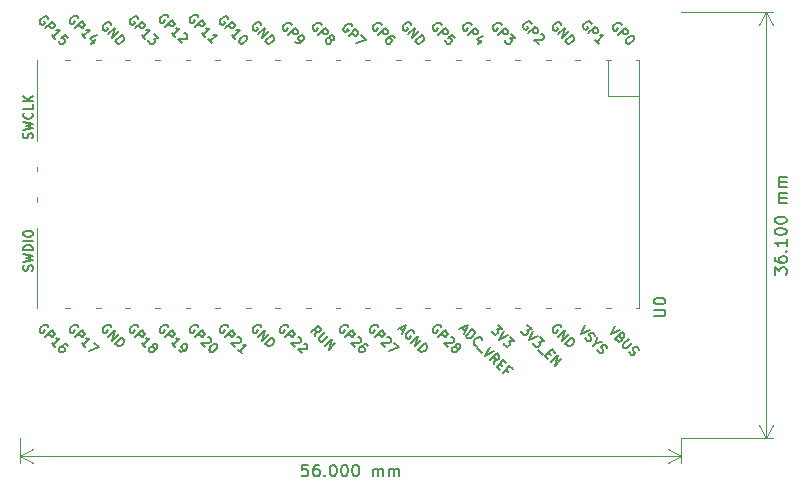
<source format=gbr>
G04 #@! TF.GenerationSoftware,KiCad,Pcbnew,5.1.5+dfsg1-2build2*
G04 #@! TF.CreationDate,2023-09-14T16:19:52+02:00*
G04 #@! TF.ProjectId,CCS_pico_board_2,4343535f-7069-4636-9f5f-626f6172645f,rev?*
G04 #@! TF.SameCoordinates,Original*
G04 #@! TF.FileFunction,Legend,Top*
G04 #@! TF.FilePolarity,Positive*
%FSLAX46Y46*%
G04 Gerber Fmt 4.6, Leading zero omitted, Abs format (unit mm)*
G04 Created by KiCad (PCBNEW 5.1.5+dfsg1-2build2) date 2023-09-14 16:19:52*
%MOMM*%
%LPD*%
G04 APERTURE LIST*
%ADD10C,0.150000*%
%ADD11C,0.120000*%
G04 APERTURE END LIST*
D10*
X54380952Y-110722380D02*
X53904761Y-110722380D01*
X53857142Y-111198571D01*
X53904761Y-111150952D01*
X54000000Y-111103333D01*
X54238095Y-111103333D01*
X54333333Y-111150952D01*
X54380952Y-111198571D01*
X54428571Y-111293809D01*
X54428571Y-111531904D01*
X54380952Y-111627142D01*
X54333333Y-111674761D01*
X54238095Y-111722380D01*
X54000000Y-111722380D01*
X53904761Y-111674761D01*
X53857142Y-111627142D01*
X55285714Y-110722380D02*
X55095238Y-110722380D01*
X55000000Y-110770000D01*
X54952380Y-110817619D01*
X54857142Y-110960476D01*
X54809523Y-111150952D01*
X54809523Y-111531904D01*
X54857142Y-111627142D01*
X54904761Y-111674761D01*
X55000000Y-111722380D01*
X55190476Y-111722380D01*
X55285714Y-111674761D01*
X55333333Y-111627142D01*
X55380952Y-111531904D01*
X55380952Y-111293809D01*
X55333333Y-111198571D01*
X55285714Y-111150952D01*
X55190476Y-111103333D01*
X55000000Y-111103333D01*
X54904761Y-111150952D01*
X54857142Y-111198571D01*
X54809523Y-111293809D01*
X55809523Y-111627142D02*
X55857142Y-111674761D01*
X55809523Y-111722380D01*
X55761904Y-111674761D01*
X55809523Y-111627142D01*
X55809523Y-111722380D01*
X56476190Y-110722380D02*
X56571428Y-110722380D01*
X56666666Y-110770000D01*
X56714285Y-110817619D01*
X56761904Y-110912857D01*
X56809523Y-111103333D01*
X56809523Y-111341428D01*
X56761904Y-111531904D01*
X56714285Y-111627142D01*
X56666666Y-111674761D01*
X56571428Y-111722380D01*
X56476190Y-111722380D01*
X56380952Y-111674761D01*
X56333333Y-111627142D01*
X56285714Y-111531904D01*
X56238095Y-111341428D01*
X56238095Y-111103333D01*
X56285714Y-110912857D01*
X56333333Y-110817619D01*
X56380952Y-110770000D01*
X56476190Y-110722380D01*
X57428571Y-110722380D02*
X57523809Y-110722380D01*
X57619047Y-110770000D01*
X57666666Y-110817619D01*
X57714285Y-110912857D01*
X57761904Y-111103333D01*
X57761904Y-111341428D01*
X57714285Y-111531904D01*
X57666666Y-111627142D01*
X57619047Y-111674761D01*
X57523809Y-111722380D01*
X57428571Y-111722380D01*
X57333333Y-111674761D01*
X57285714Y-111627142D01*
X57238095Y-111531904D01*
X57190476Y-111341428D01*
X57190476Y-111103333D01*
X57238095Y-110912857D01*
X57285714Y-110817619D01*
X57333333Y-110770000D01*
X57428571Y-110722380D01*
X58380952Y-110722380D02*
X58476190Y-110722380D01*
X58571428Y-110770000D01*
X58619047Y-110817619D01*
X58666666Y-110912857D01*
X58714285Y-111103333D01*
X58714285Y-111341428D01*
X58666666Y-111531904D01*
X58619047Y-111627142D01*
X58571428Y-111674761D01*
X58476190Y-111722380D01*
X58380952Y-111722380D01*
X58285714Y-111674761D01*
X58238095Y-111627142D01*
X58190476Y-111531904D01*
X58142857Y-111341428D01*
X58142857Y-111103333D01*
X58190476Y-110912857D01*
X58238095Y-110817619D01*
X58285714Y-110770000D01*
X58380952Y-110722380D01*
X59904761Y-111722380D02*
X59904761Y-111055714D01*
X59904761Y-111150952D02*
X59952380Y-111103333D01*
X60047619Y-111055714D01*
X60190476Y-111055714D01*
X60285714Y-111103333D01*
X60333333Y-111198571D01*
X60333333Y-111722380D01*
X60333333Y-111198571D02*
X60380952Y-111103333D01*
X60476190Y-111055714D01*
X60619047Y-111055714D01*
X60714285Y-111103333D01*
X60761904Y-111198571D01*
X60761904Y-111722380D01*
X61238095Y-111722380D02*
X61238095Y-111055714D01*
X61238095Y-111150952D02*
X61285714Y-111103333D01*
X61380952Y-111055714D01*
X61523809Y-111055714D01*
X61619047Y-111103333D01*
X61666666Y-111198571D01*
X61666666Y-111722380D01*
X61666666Y-111198571D02*
X61714285Y-111103333D01*
X61809523Y-111055714D01*
X61952380Y-111055714D01*
X62047619Y-111103333D01*
X62095238Y-111198571D01*
X62095238Y-111722380D01*
D11*
X30000000Y-110000000D02*
X86000000Y-110000000D01*
X30000000Y-108500000D02*
X30000000Y-110586421D01*
X86000000Y-108500000D02*
X86000000Y-110586421D01*
X86000000Y-110000000D02*
X84873496Y-110586421D01*
X86000000Y-110000000D02*
X84873496Y-109413579D01*
X30000000Y-110000000D02*
X31126504Y-110586421D01*
X30000000Y-110000000D02*
X31126504Y-109413579D01*
D10*
X93922380Y-94640476D02*
X93922380Y-94021428D01*
X94303333Y-94354761D01*
X94303333Y-94211904D01*
X94350952Y-94116666D01*
X94398571Y-94069047D01*
X94493809Y-94021428D01*
X94731904Y-94021428D01*
X94827142Y-94069047D01*
X94874761Y-94116666D01*
X94922380Y-94211904D01*
X94922380Y-94497619D01*
X94874761Y-94592857D01*
X94827142Y-94640476D01*
X93922380Y-93164285D02*
X93922380Y-93354761D01*
X93970000Y-93450000D01*
X94017619Y-93497619D01*
X94160476Y-93592857D01*
X94350952Y-93640476D01*
X94731904Y-93640476D01*
X94827142Y-93592857D01*
X94874761Y-93545238D01*
X94922380Y-93450000D01*
X94922380Y-93259523D01*
X94874761Y-93164285D01*
X94827142Y-93116666D01*
X94731904Y-93069047D01*
X94493809Y-93069047D01*
X94398571Y-93116666D01*
X94350952Y-93164285D01*
X94303333Y-93259523D01*
X94303333Y-93450000D01*
X94350952Y-93545238D01*
X94398571Y-93592857D01*
X94493809Y-93640476D01*
X94827142Y-92640476D02*
X94874761Y-92592857D01*
X94922380Y-92640476D01*
X94874761Y-92688095D01*
X94827142Y-92640476D01*
X94922380Y-92640476D01*
X94922380Y-91640476D02*
X94922380Y-92211904D01*
X94922380Y-91926190D02*
X93922380Y-91926190D01*
X94065238Y-92021428D01*
X94160476Y-92116666D01*
X94208095Y-92211904D01*
X93922380Y-91021428D02*
X93922380Y-90926190D01*
X93970000Y-90830952D01*
X94017619Y-90783333D01*
X94112857Y-90735714D01*
X94303333Y-90688095D01*
X94541428Y-90688095D01*
X94731904Y-90735714D01*
X94827142Y-90783333D01*
X94874761Y-90830952D01*
X94922380Y-90926190D01*
X94922380Y-91021428D01*
X94874761Y-91116666D01*
X94827142Y-91164285D01*
X94731904Y-91211904D01*
X94541428Y-91259523D01*
X94303333Y-91259523D01*
X94112857Y-91211904D01*
X94017619Y-91164285D01*
X93970000Y-91116666D01*
X93922380Y-91021428D01*
X93922380Y-90069047D02*
X93922380Y-89973809D01*
X93970000Y-89878571D01*
X94017619Y-89830952D01*
X94112857Y-89783333D01*
X94303333Y-89735714D01*
X94541428Y-89735714D01*
X94731904Y-89783333D01*
X94827142Y-89830952D01*
X94874761Y-89878571D01*
X94922380Y-89973809D01*
X94922380Y-90069047D01*
X94874761Y-90164285D01*
X94827142Y-90211904D01*
X94731904Y-90259523D01*
X94541428Y-90307142D01*
X94303333Y-90307142D01*
X94112857Y-90259523D01*
X94017619Y-90211904D01*
X93970000Y-90164285D01*
X93922380Y-90069047D01*
X94922380Y-88545238D02*
X94255714Y-88545238D01*
X94350952Y-88545238D02*
X94303333Y-88497619D01*
X94255714Y-88402380D01*
X94255714Y-88259523D01*
X94303333Y-88164285D01*
X94398571Y-88116666D01*
X94922380Y-88116666D01*
X94398571Y-88116666D02*
X94303333Y-88069047D01*
X94255714Y-87973809D01*
X94255714Y-87830952D01*
X94303333Y-87735714D01*
X94398571Y-87688095D01*
X94922380Y-87688095D01*
X94922380Y-87211904D02*
X94255714Y-87211904D01*
X94350952Y-87211904D02*
X94303333Y-87164285D01*
X94255714Y-87069047D01*
X94255714Y-86926190D01*
X94303333Y-86830952D01*
X94398571Y-86783333D01*
X94922380Y-86783333D01*
X94398571Y-86783333D02*
X94303333Y-86735714D01*
X94255714Y-86640476D01*
X94255714Y-86497619D01*
X94303333Y-86402380D01*
X94398571Y-86354761D01*
X94922380Y-86354761D01*
D11*
X93200000Y-108500000D02*
X93200000Y-72400000D01*
X86000000Y-108500000D02*
X93786421Y-108500000D01*
X86000000Y-72400000D02*
X93786421Y-72400000D01*
X93200000Y-72400000D02*
X93786421Y-73526504D01*
X93200000Y-72400000D02*
X92613579Y-73526504D01*
X93200000Y-108500000D02*
X93786421Y-107373496D01*
X93200000Y-108500000D02*
X92613579Y-107373496D01*
X82429020Y-76495000D02*
X82429020Y-97495000D01*
X31429020Y-83295000D02*
X31429020Y-76495000D01*
X79762020Y-76495000D02*
X79762020Y-79502000D01*
X79762020Y-79502000D02*
X82429020Y-79502000D01*
X82429020Y-76495000D02*
X82129020Y-76495000D01*
X80029020Y-76495000D02*
X79629020Y-76495000D01*
X77429020Y-76495000D02*
X77029020Y-76495000D01*
X74929020Y-76495000D02*
X74529020Y-76495000D01*
X72329020Y-76495000D02*
X71929020Y-76495000D01*
X69829020Y-76495000D02*
X69429020Y-76495000D01*
X67329020Y-76495000D02*
X66929020Y-76495000D01*
X64729020Y-76495000D02*
X64329020Y-76495000D01*
X62229020Y-76495000D02*
X61829020Y-76495000D01*
X59629020Y-76495000D02*
X59229020Y-76495000D01*
X57129020Y-76495000D02*
X56729020Y-76495000D01*
X54629020Y-76495000D02*
X54229020Y-76495000D01*
X52029020Y-76495000D02*
X51629020Y-76495000D01*
X49529020Y-76495000D02*
X49129020Y-76495000D01*
X46929020Y-76495000D02*
X46529020Y-76495000D01*
X44429020Y-76495000D02*
X44029020Y-76495000D01*
X41829020Y-76495000D02*
X41429020Y-76495000D01*
X39329020Y-76495000D02*
X38929020Y-76495000D01*
X36829020Y-76495000D02*
X36429020Y-76495000D01*
X34229020Y-76495000D02*
X33829020Y-76495000D01*
X67329020Y-97495000D02*
X66929020Y-97495000D01*
X62229020Y-97495000D02*
X61829020Y-97495000D01*
X54629020Y-97495000D02*
X54229020Y-97495000D01*
X46929020Y-97495000D02*
X46529020Y-97495000D01*
X77429020Y-97495000D02*
X77029020Y-97495000D01*
X80029020Y-97495000D02*
X79629020Y-97495000D01*
X72329020Y-97495000D02*
X71929020Y-97495000D01*
X39329020Y-97495000D02*
X38929020Y-97495000D01*
X34229020Y-97495000D02*
X33829020Y-97495000D01*
X36829020Y-97495000D02*
X36429020Y-97495000D01*
X52029020Y-97495000D02*
X51629020Y-97495000D01*
X57129020Y-97495000D02*
X56729020Y-97495000D01*
X69829020Y-97495000D02*
X69429020Y-97495000D01*
X64729020Y-97495000D02*
X64329020Y-97495000D01*
X44429020Y-97495000D02*
X44029020Y-97495000D01*
X59629020Y-97495000D02*
X59229020Y-97495000D01*
X82429020Y-97495000D02*
X82129020Y-97495000D01*
X74929020Y-97495000D02*
X74529020Y-97495000D01*
X49529020Y-97495000D02*
X49129020Y-97495000D01*
X41829020Y-97495000D02*
X41429020Y-97495000D01*
X31429020Y-97495000D02*
X31429020Y-90695000D01*
X31429020Y-85495000D02*
X31429020Y-85895000D01*
X31429020Y-88095000D02*
X31429020Y-88495000D01*
D10*
X83652380Y-98161904D02*
X84461904Y-98161904D01*
X84557142Y-98114285D01*
X84604761Y-98066666D01*
X84652380Y-97971428D01*
X84652380Y-97780952D01*
X84604761Y-97685714D01*
X84557142Y-97638095D01*
X84461904Y-97590476D01*
X83652380Y-97590476D01*
X83652380Y-96923809D02*
X83652380Y-96828571D01*
X83700000Y-96733333D01*
X83747619Y-96685714D01*
X83842857Y-96638095D01*
X84033333Y-96590476D01*
X84271428Y-96590476D01*
X84461904Y-96638095D01*
X84557142Y-96685714D01*
X84604761Y-96733333D01*
X84652380Y-96828571D01*
X84652380Y-96923809D01*
X84604761Y-97019047D01*
X84557142Y-97066666D01*
X84461904Y-97114285D01*
X84271428Y-97161904D01*
X84033333Y-97161904D01*
X83842857Y-97114285D01*
X83747619Y-97066666D01*
X83700000Y-97019047D01*
X83652380Y-96923809D01*
X31052829Y-94290238D02*
X31090924Y-94175952D01*
X31090924Y-93985476D01*
X31052829Y-93909285D01*
X31014734Y-93871190D01*
X30938543Y-93833095D01*
X30862353Y-93833095D01*
X30786162Y-93871190D01*
X30748067Y-93909285D01*
X30709972Y-93985476D01*
X30671877Y-94137857D01*
X30633781Y-94214047D01*
X30595686Y-94252142D01*
X30519496Y-94290238D01*
X30443305Y-94290238D01*
X30367115Y-94252142D01*
X30329020Y-94214047D01*
X30290924Y-94137857D01*
X30290924Y-93947380D01*
X30329020Y-93833095D01*
X30290924Y-93566428D02*
X31090924Y-93375952D01*
X30519496Y-93223571D01*
X31090924Y-93071190D01*
X30290924Y-92880714D01*
X31090924Y-92575952D02*
X30290924Y-92575952D01*
X30290924Y-92385476D01*
X30329020Y-92271190D01*
X30405210Y-92195000D01*
X30481400Y-92156904D01*
X30633781Y-92118809D01*
X30748067Y-92118809D01*
X30900448Y-92156904D01*
X30976639Y-92195000D01*
X31052829Y-92271190D01*
X31090924Y-92385476D01*
X31090924Y-92575952D01*
X31090924Y-91775952D02*
X30290924Y-91775952D01*
X30290924Y-91242619D02*
X30290924Y-91090238D01*
X30329020Y-91014047D01*
X30405210Y-90937857D01*
X30557591Y-90899761D01*
X30824258Y-90899761D01*
X30976639Y-90937857D01*
X31052829Y-91014047D01*
X31090924Y-91090238D01*
X31090924Y-91242619D01*
X31052829Y-91318809D01*
X30976639Y-91395000D01*
X30824258Y-91433095D01*
X30557591Y-91433095D01*
X30405210Y-91395000D01*
X30329020Y-91318809D01*
X30290924Y-91242619D01*
X31052829Y-83104523D02*
X31090924Y-82990238D01*
X31090924Y-82799761D01*
X31052829Y-82723571D01*
X31014734Y-82685476D01*
X30938543Y-82647380D01*
X30862353Y-82647380D01*
X30786162Y-82685476D01*
X30748067Y-82723571D01*
X30709972Y-82799761D01*
X30671877Y-82952142D01*
X30633781Y-83028333D01*
X30595686Y-83066428D01*
X30519496Y-83104523D01*
X30443305Y-83104523D01*
X30367115Y-83066428D01*
X30329020Y-83028333D01*
X30290924Y-82952142D01*
X30290924Y-82761666D01*
X30329020Y-82647380D01*
X30290924Y-82380714D02*
X31090924Y-82190238D01*
X30519496Y-82037857D01*
X31090924Y-81885476D01*
X30290924Y-81695000D01*
X31014734Y-80933095D02*
X31052829Y-80971190D01*
X31090924Y-81085476D01*
X31090924Y-81161666D01*
X31052829Y-81275952D01*
X30976639Y-81352142D01*
X30900448Y-81390238D01*
X30748067Y-81428333D01*
X30633781Y-81428333D01*
X30481400Y-81390238D01*
X30405210Y-81352142D01*
X30329020Y-81275952D01*
X30290924Y-81161666D01*
X30290924Y-81085476D01*
X30329020Y-80971190D01*
X30367115Y-80933095D01*
X31090924Y-80209285D02*
X31090924Y-80590238D01*
X30290924Y-80590238D01*
X31090924Y-79942619D02*
X30290924Y-79942619D01*
X31090924Y-79485476D02*
X30633781Y-79828333D01*
X30290924Y-79485476D02*
X30748067Y-79942619D01*
X62188055Y-99146597D02*
X62457429Y-99415971D01*
X61972556Y-99254346D02*
X62726803Y-98877223D01*
X62349679Y-99631470D01*
X63373300Y-99577595D02*
X63346363Y-99496783D01*
X63265551Y-99415971D01*
X63157801Y-99362096D01*
X63050052Y-99362096D01*
X62969239Y-99389033D01*
X62834552Y-99469845D01*
X62753740Y-99550658D01*
X62672928Y-99685345D01*
X62645991Y-99766157D01*
X62645991Y-99873906D01*
X62699865Y-99981656D01*
X62753740Y-100035531D01*
X62861490Y-100089406D01*
X62915365Y-100089406D01*
X63103926Y-99900844D01*
X62996177Y-99793094D01*
X63103926Y-100385717D02*
X63669612Y-99820032D01*
X63427175Y-100708966D01*
X63992861Y-100143280D01*
X63696549Y-100978340D02*
X64262235Y-100412654D01*
X64396922Y-100547341D01*
X64450796Y-100655091D01*
X64450796Y-100762841D01*
X64423859Y-100843653D01*
X64343047Y-100978340D01*
X64262235Y-101059152D01*
X64127548Y-101139964D01*
X64046735Y-101166902D01*
X63938986Y-101166902D01*
X63831236Y-101113027D01*
X63696549Y-100978340D01*
X75830864Y-99081158D02*
X75803926Y-99000346D01*
X75723114Y-98919534D01*
X75615365Y-98865659D01*
X75507615Y-98865659D01*
X75426803Y-98892597D01*
X75292116Y-98973409D01*
X75211304Y-99054221D01*
X75130491Y-99188908D01*
X75103554Y-99269720D01*
X75103554Y-99377470D01*
X75157429Y-99485219D01*
X75211304Y-99539094D01*
X75319053Y-99592969D01*
X75372928Y-99592969D01*
X75561490Y-99404407D01*
X75453740Y-99296658D01*
X75561490Y-99889280D02*
X76127175Y-99323595D01*
X75884739Y-100212529D01*
X76450424Y-99646844D01*
X76154113Y-100481903D02*
X76719798Y-99916218D01*
X76854485Y-100050905D01*
X76908360Y-100158654D01*
X76908360Y-100266404D01*
X76881422Y-100347216D01*
X76800610Y-100481903D01*
X76719798Y-100562715D01*
X76585111Y-100643528D01*
X76504299Y-100670465D01*
X76396549Y-100670465D01*
X76288800Y-100616590D01*
X76154113Y-100481903D01*
X50430864Y-99081158D02*
X50403926Y-99000346D01*
X50323114Y-98919534D01*
X50215365Y-98865659D01*
X50107615Y-98865659D01*
X50026803Y-98892597D01*
X49892116Y-98973409D01*
X49811304Y-99054221D01*
X49730491Y-99188908D01*
X49703554Y-99269720D01*
X49703554Y-99377470D01*
X49757429Y-99485219D01*
X49811304Y-99539094D01*
X49919053Y-99592969D01*
X49972928Y-99592969D01*
X50161490Y-99404407D01*
X50053740Y-99296658D01*
X50161490Y-99889280D02*
X50727175Y-99323595D01*
X50484739Y-100212529D01*
X51050424Y-99646844D01*
X50754113Y-100481903D02*
X51319798Y-99916218D01*
X51454485Y-100050905D01*
X51508360Y-100158654D01*
X51508360Y-100266404D01*
X51481422Y-100347216D01*
X51400610Y-100481903D01*
X51319798Y-100562715D01*
X51185111Y-100643528D01*
X51104299Y-100670465D01*
X50996549Y-100670465D01*
X50888800Y-100616590D01*
X50754113Y-100481903D01*
X37730864Y-99081158D02*
X37703926Y-99000346D01*
X37623114Y-98919534D01*
X37515365Y-98865659D01*
X37407615Y-98865659D01*
X37326803Y-98892597D01*
X37192116Y-98973409D01*
X37111304Y-99054221D01*
X37030491Y-99188908D01*
X37003554Y-99269720D01*
X37003554Y-99377470D01*
X37057429Y-99485219D01*
X37111304Y-99539094D01*
X37219053Y-99592969D01*
X37272928Y-99592969D01*
X37461490Y-99404407D01*
X37353740Y-99296658D01*
X37461490Y-99889280D02*
X38027175Y-99323595D01*
X37784739Y-100212529D01*
X38350424Y-99646844D01*
X38054113Y-100481903D02*
X38619798Y-99916218D01*
X38754485Y-100050905D01*
X38808360Y-100158654D01*
X38808360Y-100266404D01*
X38781422Y-100347216D01*
X38700610Y-100481903D01*
X38619798Y-100562715D01*
X38485111Y-100643528D01*
X38404299Y-100670465D01*
X38296549Y-100670465D01*
X38188800Y-100616590D01*
X38054113Y-100481903D01*
X37730864Y-73481158D02*
X37703926Y-73400346D01*
X37623114Y-73319534D01*
X37515365Y-73265659D01*
X37407615Y-73265659D01*
X37326803Y-73292597D01*
X37192116Y-73373409D01*
X37111304Y-73454221D01*
X37030491Y-73588908D01*
X37003554Y-73669720D01*
X37003554Y-73777470D01*
X37057429Y-73885219D01*
X37111304Y-73939094D01*
X37219053Y-73992969D01*
X37272928Y-73992969D01*
X37461490Y-73804407D01*
X37353740Y-73696658D01*
X37461490Y-74289280D02*
X38027175Y-73723595D01*
X37784739Y-74612529D01*
X38350424Y-74046844D01*
X38054113Y-74881903D02*
X38619798Y-74316218D01*
X38754485Y-74450905D01*
X38808360Y-74558654D01*
X38808360Y-74666404D01*
X38781422Y-74747216D01*
X38700610Y-74881903D01*
X38619798Y-74962715D01*
X38485111Y-75043528D01*
X38404299Y-75070465D01*
X38296549Y-75070465D01*
X38188800Y-75016590D01*
X38054113Y-74881903D01*
X50430864Y-73481158D02*
X50403926Y-73400346D01*
X50323114Y-73319534D01*
X50215365Y-73265659D01*
X50107615Y-73265659D01*
X50026803Y-73292597D01*
X49892116Y-73373409D01*
X49811304Y-73454221D01*
X49730491Y-73588908D01*
X49703554Y-73669720D01*
X49703554Y-73777470D01*
X49757429Y-73885219D01*
X49811304Y-73939094D01*
X49919053Y-73992969D01*
X49972928Y-73992969D01*
X50161490Y-73804407D01*
X50053740Y-73696658D01*
X50161490Y-74289280D02*
X50727175Y-73723595D01*
X50484739Y-74612529D01*
X51050424Y-74046844D01*
X50754113Y-74881903D02*
X51319798Y-74316218D01*
X51454485Y-74450905D01*
X51508360Y-74558654D01*
X51508360Y-74666404D01*
X51481422Y-74747216D01*
X51400610Y-74881903D01*
X51319798Y-74962715D01*
X51185111Y-75043528D01*
X51104299Y-75070465D01*
X50996549Y-75070465D01*
X50888800Y-75016590D01*
X50754113Y-74881903D01*
X63130864Y-73481158D02*
X63103926Y-73400346D01*
X63023114Y-73319534D01*
X62915365Y-73265659D01*
X62807615Y-73265659D01*
X62726803Y-73292597D01*
X62592116Y-73373409D01*
X62511304Y-73454221D01*
X62430491Y-73588908D01*
X62403554Y-73669720D01*
X62403554Y-73777470D01*
X62457429Y-73885219D01*
X62511304Y-73939094D01*
X62619053Y-73992969D01*
X62672928Y-73992969D01*
X62861490Y-73804407D01*
X62753740Y-73696658D01*
X62861490Y-74289280D02*
X63427175Y-73723595D01*
X63184739Y-74612529D01*
X63750424Y-74046844D01*
X63454113Y-74881903D02*
X64019798Y-74316218D01*
X64154485Y-74450905D01*
X64208360Y-74558654D01*
X64208360Y-74666404D01*
X64181422Y-74747216D01*
X64100610Y-74881903D01*
X64019798Y-74962715D01*
X63885111Y-75043528D01*
X63804299Y-75070465D01*
X63696549Y-75070465D01*
X63588800Y-75016590D01*
X63454113Y-74881903D01*
X75830864Y-73481158D02*
X75803926Y-73400346D01*
X75723114Y-73319534D01*
X75615365Y-73265659D01*
X75507615Y-73265659D01*
X75426803Y-73292597D01*
X75292116Y-73373409D01*
X75211304Y-73454221D01*
X75130491Y-73588908D01*
X75103554Y-73669720D01*
X75103554Y-73777470D01*
X75157429Y-73885219D01*
X75211304Y-73939094D01*
X75319053Y-73992969D01*
X75372928Y-73992969D01*
X75561490Y-73804407D01*
X75453740Y-73696658D01*
X75561490Y-74289280D02*
X76127175Y-73723595D01*
X75884739Y-74612529D01*
X76450424Y-74046844D01*
X76154113Y-74881903D02*
X76719798Y-74316218D01*
X76854485Y-74450905D01*
X76908360Y-74558654D01*
X76908360Y-74666404D01*
X76881422Y-74747216D01*
X76800610Y-74881903D01*
X76719798Y-74962715D01*
X76585111Y-75043528D01*
X76504299Y-75070465D01*
X76396549Y-75070465D01*
X76288800Y-75016590D01*
X76154113Y-74881903D01*
X80401710Y-98948129D02*
X80024586Y-99702377D01*
X80778833Y-99325253D01*
X80886583Y-99971751D02*
X80940458Y-100079500D01*
X80940458Y-100133375D01*
X80913520Y-100214187D01*
X80832708Y-100294999D01*
X80751896Y-100321937D01*
X80698021Y-100321937D01*
X80617209Y-100295000D01*
X80401710Y-100079500D01*
X80967395Y-99513815D01*
X81155957Y-99702377D01*
X81182894Y-99783189D01*
X81182894Y-99837064D01*
X81155957Y-99917876D01*
X81102082Y-99971751D01*
X81021270Y-99998688D01*
X80967395Y-99998688D01*
X80886583Y-99971751D01*
X80698021Y-99783189D01*
X81533081Y-100079500D02*
X81075145Y-100537436D01*
X81048207Y-100618248D01*
X81048207Y-100672123D01*
X81075145Y-100752935D01*
X81182894Y-100860685D01*
X81263707Y-100887622D01*
X81317581Y-100887622D01*
X81398394Y-100860685D01*
X81856329Y-100402749D01*
X81560018Y-101183934D02*
X81613893Y-101291683D01*
X81748580Y-101426370D01*
X81829392Y-101453308D01*
X81883267Y-101453308D01*
X81964079Y-101426370D01*
X82017954Y-101372496D01*
X82044891Y-101291683D01*
X82044891Y-101237809D01*
X82017954Y-101156996D01*
X81937142Y-101022309D01*
X81910204Y-100941497D01*
X81910204Y-100887622D01*
X81937142Y-100806810D01*
X81991016Y-100752935D01*
X82071829Y-100725998D01*
X82125703Y-100725998D01*
X82206516Y-100752935D01*
X82341203Y-100887622D01*
X82395077Y-100995372D01*
X77859053Y-98915473D02*
X77481930Y-99669720D01*
X78236177Y-99292597D01*
X77859053Y-99992969D02*
X77912928Y-100100719D01*
X78047615Y-100235406D01*
X78128427Y-100262343D01*
X78182302Y-100262343D01*
X78263114Y-100235406D01*
X78316989Y-100181531D01*
X78343926Y-100100719D01*
X78343926Y-100046844D01*
X78316989Y-99966032D01*
X78236177Y-99831345D01*
X78209239Y-99750532D01*
X78209239Y-99696658D01*
X78236177Y-99615845D01*
X78290052Y-99561971D01*
X78370864Y-99535033D01*
X78424739Y-99535033D01*
X78505551Y-99561971D01*
X78640238Y-99696658D01*
X78694113Y-99804407D01*
X78774925Y-100423967D02*
X78505551Y-100693341D01*
X78882674Y-99939094D02*
X78774925Y-100423967D01*
X79259798Y-100316218D01*
X78882674Y-101016590D02*
X78936549Y-101124340D01*
X79071236Y-101259027D01*
X79152048Y-101285964D01*
X79205923Y-101285964D01*
X79286735Y-101259027D01*
X79340610Y-101205152D01*
X79367548Y-101124340D01*
X79367548Y-101070465D01*
X79340610Y-100989653D01*
X79259798Y-100854966D01*
X79232861Y-100774154D01*
X79232861Y-100720279D01*
X79259798Y-100639467D01*
X79313673Y-100585592D01*
X79394485Y-100558654D01*
X79448360Y-100558654D01*
X79529172Y-100585592D01*
X79663859Y-100720279D01*
X79717734Y-100828028D01*
X72970711Y-98917131D02*
X73320897Y-99267317D01*
X72916836Y-99294255D01*
X72997649Y-99375067D01*
X73024586Y-99455879D01*
X73024586Y-99509754D01*
X72997649Y-99590566D01*
X72862962Y-99725253D01*
X72782149Y-99752190D01*
X72728275Y-99752190D01*
X72647462Y-99725253D01*
X72485838Y-99563629D01*
X72458901Y-99482816D01*
X72458901Y-99428942D01*
X73482522Y-99428942D02*
X73105398Y-100183189D01*
X73859645Y-99806065D01*
X73994332Y-99940752D02*
X74344519Y-100290938D01*
X73940458Y-100317876D01*
X74021270Y-100398688D01*
X74048207Y-100479500D01*
X74048207Y-100533375D01*
X74021270Y-100614187D01*
X73886583Y-100748874D01*
X73805771Y-100775812D01*
X73751896Y-100775812D01*
X73671084Y-100748874D01*
X73509459Y-100587250D01*
X73482522Y-100506438D01*
X73482522Y-100452563D01*
X73832708Y-101018248D02*
X74263707Y-101449247D01*
X74748580Y-101233748D02*
X74937142Y-101422309D01*
X74721642Y-101799433D02*
X74452268Y-101530059D01*
X75017954Y-100964374D01*
X75287328Y-101233748D01*
X74964079Y-102041870D02*
X75529764Y-101476184D01*
X75287328Y-102365118D01*
X75853013Y-101799433D01*
X70438427Y-98884847D02*
X70788613Y-99235033D01*
X70384552Y-99261971D01*
X70465365Y-99342783D01*
X70492302Y-99423595D01*
X70492302Y-99477470D01*
X70465365Y-99558282D01*
X70330678Y-99692969D01*
X70249865Y-99719906D01*
X70195991Y-99719906D01*
X70115178Y-99692969D01*
X69953554Y-99531345D01*
X69926617Y-99450532D01*
X69926617Y-99396658D01*
X70950238Y-99396658D02*
X70573114Y-100150905D01*
X71327361Y-99773781D01*
X71462048Y-99908468D02*
X71812235Y-100258654D01*
X71408174Y-100285592D01*
X71488986Y-100366404D01*
X71515923Y-100447216D01*
X71515923Y-100501091D01*
X71488986Y-100581903D01*
X71354299Y-100716590D01*
X71273487Y-100743528D01*
X71219612Y-100743528D01*
X71138800Y-100716590D01*
X70977175Y-100554966D01*
X70950238Y-100474154D01*
X70950238Y-100420279D01*
X67395246Y-99149788D02*
X67664620Y-99419162D01*
X67179747Y-99257537D02*
X67933994Y-98880414D01*
X67556870Y-99634661D01*
X67745432Y-99823223D02*
X68311117Y-99257537D01*
X68445804Y-99392224D01*
X68499679Y-99499974D01*
X68499679Y-99607723D01*
X68472742Y-99688536D01*
X68391930Y-99823223D01*
X68311117Y-99904035D01*
X68176430Y-99984847D01*
X68095618Y-100011784D01*
X67987869Y-100011784D01*
X67880119Y-99957910D01*
X67745432Y-99823223D01*
X68688241Y-100658282D02*
X68634366Y-100658282D01*
X68526617Y-100604407D01*
X68472742Y-100550532D01*
X68418867Y-100442783D01*
X68418867Y-100335033D01*
X68445804Y-100254221D01*
X68526617Y-100119534D01*
X68607429Y-100038722D01*
X68742116Y-99957910D01*
X68822928Y-99930972D01*
X68930678Y-99930972D01*
X69038427Y-99984847D01*
X69092302Y-100038722D01*
X69146177Y-100146471D01*
X69146177Y-100200346D01*
X68688241Y-100873781D02*
X69119239Y-101304780D01*
X69792674Y-100739094D02*
X69415551Y-101493341D01*
X70169798Y-101116218D01*
X70115923Y-102193714D02*
X70196735Y-101735778D01*
X69792674Y-101870465D02*
X70358360Y-101304780D01*
X70573859Y-101520279D01*
X70600796Y-101601091D01*
X70600796Y-101654966D01*
X70573859Y-101735778D01*
X70493047Y-101816590D01*
X70412235Y-101843528D01*
X70358360Y-101843528D01*
X70277548Y-101816590D01*
X70062048Y-101601091D01*
X70654671Y-102139839D02*
X70843233Y-102328401D01*
X70627734Y-102705524D02*
X70358360Y-102436150D01*
X70924045Y-101870465D01*
X71193419Y-102139839D01*
X71355044Y-102840211D02*
X71166482Y-102651650D01*
X70870170Y-102947961D02*
X71435856Y-102382276D01*
X71705230Y-102651650D01*
X65682427Y-99092722D02*
X65655490Y-99011910D01*
X65574678Y-98931097D01*
X65466928Y-98877223D01*
X65359178Y-98877223D01*
X65278366Y-98904160D01*
X65143679Y-98984972D01*
X65062867Y-99065784D01*
X64982055Y-99200471D01*
X64955117Y-99281284D01*
X64955117Y-99389033D01*
X65008992Y-99496783D01*
X65062867Y-99550658D01*
X65170617Y-99604532D01*
X65224491Y-99604532D01*
X65413053Y-99415971D01*
X65305304Y-99308221D01*
X65413053Y-99900844D02*
X65978739Y-99335158D01*
X66194238Y-99550658D01*
X66221175Y-99631470D01*
X66221175Y-99685345D01*
X66194238Y-99766157D01*
X66113426Y-99846969D01*
X66032613Y-99873906D01*
X65978739Y-99873906D01*
X65897926Y-99846969D01*
X65682427Y-99631470D01*
X66463612Y-99927781D02*
X66517487Y-99927781D01*
X66598299Y-99954719D01*
X66732986Y-100089406D01*
X66759923Y-100170218D01*
X66759923Y-100224093D01*
X66732986Y-100304905D01*
X66679111Y-100358780D01*
X66571361Y-100412654D01*
X65924864Y-100412654D01*
X66275050Y-100762841D01*
X66921548Y-100762841D02*
X66894610Y-100682028D01*
X66894610Y-100628154D01*
X66921548Y-100547341D01*
X66948485Y-100520404D01*
X67029297Y-100493467D01*
X67083172Y-100493467D01*
X67163984Y-100520404D01*
X67271734Y-100628154D01*
X67298671Y-100708966D01*
X67298671Y-100762841D01*
X67271734Y-100843653D01*
X67244796Y-100870590D01*
X67163984Y-100897528D01*
X67110109Y-100897528D01*
X67029297Y-100870590D01*
X66921548Y-100762841D01*
X66840735Y-100735903D01*
X66786861Y-100735903D01*
X66706048Y-100762841D01*
X66598299Y-100870590D01*
X66571361Y-100951402D01*
X66571361Y-101005277D01*
X66598299Y-101086089D01*
X66706048Y-101193839D01*
X66786861Y-101220776D01*
X66840735Y-101220776D01*
X66921548Y-101193839D01*
X67029297Y-101086089D01*
X67056235Y-101005277D01*
X67056235Y-100951402D01*
X67029297Y-100870590D01*
X60338427Y-99092722D02*
X60311490Y-99011910D01*
X60230678Y-98931097D01*
X60122928Y-98877223D01*
X60015178Y-98877223D01*
X59934366Y-98904160D01*
X59799679Y-98984972D01*
X59718867Y-99065784D01*
X59638055Y-99200471D01*
X59611117Y-99281284D01*
X59611117Y-99389033D01*
X59664992Y-99496783D01*
X59718867Y-99550658D01*
X59826617Y-99604532D01*
X59880491Y-99604532D01*
X60069053Y-99415971D01*
X59961304Y-99308221D01*
X60069053Y-99900844D02*
X60634739Y-99335158D01*
X60850238Y-99550658D01*
X60877175Y-99631470D01*
X60877175Y-99685345D01*
X60850238Y-99766157D01*
X60769426Y-99846969D01*
X60688613Y-99873906D01*
X60634739Y-99873906D01*
X60553926Y-99846969D01*
X60338427Y-99631470D01*
X61119612Y-99927781D02*
X61173487Y-99927781D01*
X61254299Y-99954719D01*
X61388986Y-100089406D01*
X61415923Y-100170218D01*
X61415923Y-100224093D01*
X61388986Y-100304905D01*
X61335111Y-100358780D01*
X61227361Y-100412654D01*
X60580864Y-100412654D01*
X60931050Y-100762841D01*
X61685297Y-100385717D02*
X62062421Y-100762841D01*
X61254299Y-101086089D01*
X57808427Y-99092722D02*
X57781490Y-99011910D01*
X57700678Y-98931097D01*
X57592928Y-98877223D01*
X57485178Y-98877223D01*
X57404366Y-98904160D01*
X57269679Y-98984972D01*
X57188867Y-99065784D01*
X57108055Y-99200471D01*
X57081117Y-99281284D01*
X57081117Y-99389033D01*
X57134992Y-99496783D01*
X57188867Y-99550658D01*
X57296617Y-99604532D01*
X57350491Y-99604532D01*
X57539053Y-99415971D01*
X57431304Y-99308221D01*
X57539053Y-99900844D02*
X58104739Y-99335158D01*
X58320238Y-99550658D01*
X58347175Y-99631470D01*
X58347175Y-99685345D01*
X58320238Y-99766157D01*
X58239426Y-99846969D01*
X58158613Y-99873906D01*
X58104739Y-99873906D01*
X58023926Y-99846969D01*
X57808427Y-99631470D01*
X58589612Y-99927781D02*
X58643487Y-99927781D01*
X58724299Y-99954719D01*
X58858986Y-100089406D01*
X58885923Y-100170218D01*
X58885923Y-100224093D01*
X58858986Y-100304905D01*
X58805111Y-100358780D01*
X58697361Y-100412654D01*
X58050864Y-100412654D01*
X58401050Y-100762841D01*
X59451609Y-100682028D02*
X59343859Y-100574279D01*
X59263047Y-100547341D01*
X59209172Y-100547341D01*
X59074485Y-100574279D01*
X58939798Y-100655091D01*
X58724299Y-100870590D01*
X58697361Y-100951402D01*
X58697361Y-101005277D01*
X58724299Y-101086089D01*
X58832048Y-101193839D01*
X58912861Y-101220776D01*
X58966735Y-101220776D01*
X59047548Y-101193839D01*
X59182235Y-101059152D01*
X59209172Y-100978340D01*
X59209172Y-100924465D01*
X59182235Y-100843653D01*
X59074485Y-100735903D01*
X58993673Y-100708966D01*
X58939798Y-100708966D01*
X58858986Y-100735903D01*
X54985584Y-99833375D02*
X55066397Y-99375439D01*
X54662336Y-99510126D02*
X55228021Y-98944441D01*
X55443520Y-99159940D01*
X55470458Y-99240752D01*
X55470458Y-99294627D01*
X55443520Y-99375439D01*
X55362708Y-99456251D01*
X55281896Y-99483189D01*
X55228021Y-99483189D01*
X55147209Y-99456251D01*
X54931710Y-99240752D01*
X55793707Y-99510126D02*
X55335771Y-99968062D01*
X55308833Y-100048874D01*
X55308833Y-100102749D01*
X55335771Y-100183561D01*
X55443520Y-100291311D01*
X55524332Y-100318248D01*
X55578207Y-100318248D01*
X55659020Y-100291311D01*
X56116955Y-99833375D01*
X55820644Y-100668435D02*
X56386329Y-100102749D01*
X56143893Y-100991683D01*
X56709578Y-100425998D01*
X52728427Y-99092722D02*
X52701490Y-99011910D01*
X52620678Y-98931097D01*
X52512928Y-98877223D01*
X52405178Y-98877223D01*
X52324366Y-98904160D01*
X52189679Y-98984972D01*
X52108867Y-99065784D01*
X52028055Y-99200471D01*
X52001117Y-99281284D01*
X52001117Y-99389033D01*
X52054992Y-99496783D01*
X52108867Y-99550658D01*
X52216617Y-99604532D01*
X52270491Y-99604532D01*
X52459053Y-99415971D01*
X52351304Y-99308221D01*
X52459053Y-99900844D02*
X53024739Y-99335158D01*
X53240238Y-99550658D01*
X53267175Y-99631470D01*
X53267175Y-99685345D01*
X53240238Y-99766157D01*
X53159426Y-99846969D01*
X53078613Y-99873906D01*
X53024739Y-99873906D01*
X52943926Y-99846969D01*
X52728427Y-99631470D01*
X53509612Y-99927781D02*
X53563487Y-99927781D01*
X53644299Y-99954719D01*
X53778986Y-100089406D01*
X53805923Y-100170218D01*
X53805923Y-100224093D01*
X53778986Y-100304905D01*
X53725111Y-100358780D01*
X53617361Y-100412654D01*
X52970864Y-100412654D01*
X53321050Y-100762841D01*
X54048360Y-100466529D02*
X54102235Y-100466529D01*
X54183047Y-100493467D01*
X54317734Y-100628154D01*
X54344671Y-100708966D01*
X54344671Y-100762841D01*
X54317734Y-100843653D01*
X54263859Y-100897528D01*
X54156109Y-100951402D01*
X53509612Y-100951402D01*
X53859798Y-101301589D01*
X47638427Y-99092722D02*
X47611490Y-99011910D01*
X47530678Y-98931097D01*
X47422928Y-98877223D01*
X47315178Y-98877223D01*
X47234366Y-98904160D01*
X47099679Y-98984972D01*
X47018867Y-99065784D01*
X46938055Y-99200471D01*
X46911117Y-99281284D01*
X46911117Y-99389033D01*
X46964992Y-99496783D01*
X47018867Y-99550658D01*
X47126617Y-99604532D01*
X47180491Y-99604532D01*
X47369053Y-99415971D01*
X47261304Y-99308221D01*
X47369053Y-99900844D02*
X47934739Y-99335158D01*
X48150238Y-99550658D01*
X48177175Y-99631470D01*
X48177175Y-99685345D01*
X48150238Y-99766157D01*
X48069426Y-99846969D01*
X47988613Y-99873906D01*
X47934739Y-99873906D01*
X47853926Y-99846969D01*
X47638427Y-99631470D01*
X48419612Y-99927781D02*
X48473487Y-99927781D01*
X48554299Y-99954719D01*
X48688986Y-100089406D01*
X48715923Y-100170218D01*
X48715923Y-100224093D01*
X48688986Y-100304905D01*
X48635111Y-100358780D01*
X48527361Y-100412654D01*
X47880864Y-100412654D01*
X48231050Y-100762841D01*
X48769798Y-101301589D02*
X48446549Y-100978340D01*
X48608174Y-101139964D02*
X49173859Y-100574279D01*
X49039172Y-100601216D01*
X48931422Y-100601216D01*
X48850610Y-100574279D01*
X45108427Y-99092722D02*
X45081490Y-99011910D01*
X45000678Y-98931097D01*
X44892928Y-98877223D01*
X44785178Y-98877223D01*
X44704366Y-98904160D01*
X44569679Y-98984972D01*
X44488867Y-99065784D01*
X44408055Y-99200471D01*
X44381117Y-99281284D01*
X44381117Y-99389033D01*
X44434992Y-99496783D01*
X44488867Y-99550658D01*
X44596617Y-99604532D01*
X44650491Y-99604532D01*
X44839053Y-99415971D01*
X44731304Y-99308221D01*
X44839053Y-99900844D02*
X45404739Y-99335158D01*
X45620238Y-99550658D01*
X45647175Y-99631470D01*
X45647175Y-99685345D01*
X45620238Y-99766157D01*
X45539426Y-99846969D01*
X45458613Y-99873906D01*
X45404739Y-99873906D01*
X45323926Y-99846969D01*
X45108427Y-99631470D01*
X45889612Y-99927781D02*
X45943487Y-99927781D01*
X46024299Y-99954719D01*
X46158986Y-100089406D01*
X46185923Y-100170218D01*
X46185923Y-100224093D01*
X46158986Y-100304905D01*
X46105111Y-100358780D01*
X45997361Y-100412654D01*
X45350864Y-100412654D01*
X45701050Y-100762841D01*
X46616922Y-100547341D02*
X46670796Y-100601216D01*
X46697734Y-100682028D01*
X46697734Y-100735903D01*
X46670796Y-100816715D01*
X46589984Y-100951402D01*
X46455297Y-101086089D01*
X46320610Y-101166902D01*
X46239798Y-101193839D01*
X46185923Y-101193839D01*
X46105111Y-101166902D01*
X46051236Y-101113027D01*
X46024299Y-101032215D01*
X46024299Y-100978340D01*
X46051236Y-100897528D01*
X46132048Y-100762841D01*
X46266735Y-100628154D01*
X46401422Y-100547341D01*
X46482235Y-100520404D01*
X46536109Y-100520404D01*
X46616922Y-100547341D01*
X42568427Y-99092722D02*
X42541490Y-99011910D01*
X42460678Y-98931097D01*
X42352928Y-98877223D01*
X42245178Y-98877223D01*
X42164366Y-98904160D01*
X42029679Y-98984972D01*
X41948867Y-99065784D01*
X41868055Y-99200471D01*
X41841117Y-99281284D01*
X41841117Y-99389033D01*
X41894992Y-99496783D01*
X41948867Y-99550658D01*
X42056617Y-99604532D01*
X42110491Y-99604532D01*
X42299053Y-99415971D01*
X42191304Y-99308221D01*
X42299053Y-99900844D02*
X42864739Y-99335158D01*
X43080238Y-99550658D01*
X43107175Y-99631470D01*
X43107175Y-99685345D01*
X43080238Y-99766157D01*
X42999426Y-99846969D01*
X42918613Y-99873906D01*
X42864739Y-99873906D01*
X42783926Y-99846969D01*
X42568427Y-99631470D01*
X43161050Y-100762841D02*
X42837801Y-100439592D01*
X42999426Y-100601216D02*
X43565111Y-100035531D01*
X43430424Y-100062468D01*
X43322674Y-100062468D01*
X43241862Y-100035531D01*
X43430424Y-101032215D02*
X43538174Y-101139964D01*
X43618986Y-101166902D01*
X43672861Y-101166902D01*
X43807548Y-101139964D01*
X43942235Y-101059152D01*
X44157734Y-100843653D01*
X44184671Y-100762841D01*
X44184671Y-100708966D01*
X44157734Y-100628154D01*
X44049984Y-100520404D01*
X43969172Y-100493467D01*
X43915297Y-100493467D01*
X43834485Y-100520404D01*
X43699798Y-100655091D01*
X43672861Y-100735903D01*
X43672861Y-100789778D01*
X43699798Y-100870590D01*
X43807548Y-100978340D01*
X43888360Y-101005277D01*
X43942235Y-101005277D01*
X44023047Y-100978340D01*
X40028427Y-99092722D02*
X40001490Y-99011910D01*
X39920678Y-98931097D01*
X39812928Y-98877223D01*
X39705178Y-98877223D01*
X39624366Y-98904160D01*
X39489679Y-98984972D01*
X39408867Y-99065784D01*
X39328055Y-99200471D01*
X39301117Y-99281284D01*
X39301117Y-99389033D01*
X39354992Y-99496783D01*
X39408867Y-99550658D01*
X39516617Y-99604532D01*
X39570491Y-99604532D01*
X39759053Y-99415971D01*
X39651304Y-99308221D01*
X39759053Y-99900844D02*
X40324739Y-99335158D01*
X40540238Y-99550658D01*
X40567175Y-99631470D01*
X40567175Y-99685345D01*
X40540238Y-99766157D01*
X40459426Y-99846969D01*
X40378613Y-99873906D01*
X40324739Y-99873906D01*
X40243926Y-99846969D01*
X40028427Y-99631470D01*
X40621050Y-100762841D02*
X40297801Y-100439592D01*
X40459426Y-100601216D02*
X41025111Y-100035531D01*
X40890424Y-100062468D01*
X40782674Y-100062468D01*
X40701862Y-100035531D01*
X41267548Y-100762841D02*
X41240610Y-100682028D01*
X41240610Y-100628154D01*
X41267548Y-100547341D01*
X41294485Y-100520404D01*
X41375297Y-100493467D01*
X41429172Y-100493467D01*
X41509984Y-100520404D01*
X41617734Y-100628154D01*
X41644671Y-100708966D01*
X41644671Y-100762841D01*
X41617734Y-100843653D01*
X41590796Y-100870590D01*
X41509984Y-100897528D01*
X41456109Y-100897528D01*
X41375297Y-100870590D01*
X41267548Y-100762841D01*
X41186735Y-100735903D01*
X41132861Y-100735903D01*
X41052048Y-100762841D01*
X40944299Y-100870590D01*
X40917361Y-100951402D01*
X40917361Y-101005277D01*
X40944299Y-101086089D01*
X41052048Y-101193839D01*
X41132861Y-101220776D01*
X41186735Y-101220776D01*
X41267548Y-101193839D01*
X41375297Y-101086089D01*
X41402235Y-101005277D01*
X41402235Y-100951402D01*
X41375297Y-100870590D01*
X34948427Y-99092722D02*
X34921490Y-99011910D01*
X34840678Y-98931097D01*
X34732928Y-98877223D01*
X34625178Y-98877223D01*
X34544366Y-98904160D01*
X34409679Y-98984972D01*
X34328867Y-99065784D01*
X34248055Y-99200471D01*
X34221117Y-99281284D01*
X34221117Y-99389033D01*
X34274992Y-99496783D01*
X34328867Y-99550658D01*
X34436617Y-99604532D01*
X34490491Y-99604532D01*
X34679053Y-99415971D01*
X34571304Y-99308221D01*
X34679053Y-99900844D02*
X35244739Y-99335158D01*
X35460238Y-99550658D01*
X35487175Y-99631470D01*
X35487175Y-99685345D01*
X35460238Y-99766157D01*
X35379426Y-99846969D01*
X35298613Y-99873906D01*
X35244739Y-99873906D01*
X35163926Y-99846969D01*
X34948427Y-99631470D01*
X35541050Y-100762841D02*
X35217801Y-100439592D01*
X35379426Y-100601216D02*
X35945111Y-100035531D01*
X35810424Y-100062468D01*
X35702674Y-100062468D01*
X35621862Y-100035531D01*
X36295297Y-100385717D02*
X36672421Y-100762841D01*
X35864299Y-101086089D01*
X32408427Y-99092722D02*
X32381490Y-99011910D01*
X32300678Y-98931097D01*
X32192928Y-98877223D01*
X32085178Y-98877223D01*
X32004366Y-98904160D01*
X31869679Y-98984972D01*
X31788867Y-99065784D01*
X31708055Y-99200471D01*
X31681117Y-99281284D01*
X31681117Y-99389033D01*
X31734992Y-99496783D01*
X31788867Y-99550658D01*
X31896617Y-99604532D01*
X31950491Y-99604532D01*
X32139053Y-99415971D01*
X32031304Y-99308221D01*
X32139053Y-99900844D02*
X32704739Y-99335158D01*
X32920238Y-99550658D01*
X32947175Y-99631470D01*
X32947175Y-99685345D01*
X32920238Y-99766157D01*
X32839426Y-99846969D01*
X32758613Y-99873906D01*
X32704739Y-99873906D01*
X32623926Y-99846969D01*
X32408427Y-99631470D01*
X33001050Y-100762841D02*
X32677801Y-100439592D01*
X32839426Y-100601216D02*
X33405111Y-100035531D01*
X33270424Y-100062468D01*
X33162674Y-100062468D01*
X33081862Y-100035531D01*
X34051609Y-100682028D02*
X33943859Y-100574279D01*
X33863047Y-100547341D01*
X33809172Y-100547341D01*
X33674485Y-100574279D01*
X33539798Y-100655091D01*
X33324299Y-100870590D01*
X33297361Y-100951402D01*
X33297361Y-101005277D01*
X33324299Y-101086089D01*
X33432048Y-101193839D01*
X33512861Y-101220776D01*
X33566735Y-101220776D01*
X33647548Y-101193839D01*
X33782235Y-101059152D01*
X33809172Y-100978340D01*
X33809172Y-100924465D01*
X33782235Y-100843653D01*
X33674485Y-100735903D01*
X33593673Y-100708966D01*
X33539798Y-100708966D01*
X33458986Y-100735903D01*
X32408427Y-72984722D02*
X32381490Y-72903910D01*
X32300678Y-72823097D01*
X32192928Y-72769223D01*
X32085178Y-72769223D01*
X32004366Y-72796160D01*
X31869679Y-72876972D01*
X31788867Y-72957784D01*
X31708055Y-73092471D01*
X31681117Y-73173284D01*
X31681117Y-73281033D01*
X31734992Y-73388783D01*
X31788867Y-73442658D01*
X31896617Y-73496532D01*
X31950491Y-73496532D01*
X32139053Y-73307971D01*
X32031304Y-73200221D01*
X32139053Y-73792844D02*
X32704739Y-73227158D01*
X32920238Y-73442658D01*
X32947175Y-73523470D01*
X32947175Y-73577345D01*
X32920238Y-73658157D01*
X32839426Y-73738969D01*
X32758613Y-73765906D01*
X32704739Y-73765906D01*
X32623926Y-73738969D01*
X32408427Y-73523470D01*
X33001050Y-74654841D02*
X32677801Y-74331592D01*
X32839426Y-74493216D02*
X33405111Y-73927531D01*
X33270424Y-73954468D01*
X33162674Y-73954468D01*
X33081862Y-73927531D01*
X34078546Y-74600966D02*
X33809172Y-74331592D01*
X33512861Y-74574028D01*
X33566735Y-74574028D01*
X33647548Y-74600966D01*
X33782235Y-74735653D01*
X33809172Y-74816465D01*
X33809172Y-74870340D01*
X33782235Y-74951152D01*
X33647548Y-75085839D01*
X33566735Y-75112776D01*
X33512861Y-75112776D01*
X33432048Y-75085839D01*
X33297361Y-74951152D01*
X33270424Y-74870340D01*
X33270424Y-74816465D01*
X34948427Y-72938722D02*
X34921490Y-72857910D01*
X34840678Y-72777097D01*
X34732928Y-72723223D01*
X34625178Y-72723223D01*
X34544366Y-72750160D01*
X34409679Y-72830972D01*
X34328867Y-72911784D01*
X34248055Y-73046471D01*
X34221117Y-73127284D01*
X34221117Y-73235033D01*
X34274992Y-73342783D01*
X34328867Y-73396658D01*
X34436617Y-73450532D01*
X34490491Y-73450532D01*
X34679053Y-73261971D01*
X34571304Y-73154221D01*
X34679053Y-73746844D02*
X35244739Y-73181158D01*
X35460238Y-73396658D01*
X35487175Y-73477470D01*
X35487175Y-73531345D01*
X35460238Y-73612157D01*
X35379426Y-73692969D01*
X35298613Y-73719906D01*
X35244739Y-73719906D01*
X35163926Y-73692969D01*
X34948427Y-73477470D01*
X35541050Y-74608841D02*
X35217801Y-74285592D01*
X35379426Y-74447216D02*
X35945111Y-73881531D01*
X35810424Y-73908468D01*
X35702674Y-73908468D01*
X35621862Y-73881531D01*
X36403047Y-74716590D02*
X36025923Y-75093714D01*
X36483859Y-74366404D02*
X35945111Y-74635778D01*
X36295297Y-74985964D01*
X40028427Y-72984722D02*
X40001490Y-72903910D01*
X39920678Y-72823097D01*
X39812928Y-72769223D01*
X39705178Y-72769223D01*
X39624366Y-72796160D01*
X39489679Y-72876972D01*
X39408867Y-72957784D01*
X39328055Y-73092471D01*
X39301117Y-73173284D01*
X39301117Y-73281033D01*
X39354992Y-73388783D01*
X39408867Y-73442658D01*
X39516617Y-73496532D01*
X39570491Y-73496532D01*
X39759053Y-73307971D01*
X39651304Y-73200221D01*
X39759053Y-73792844D02*
X40324739Y-73227158D01*
X40540238Y-73442658D01*
X40567175Y-73523470D01*
X40567175Y-73577345D01*
X40540238Y-73658157D01*
X40459426Y-73738969D01*
X40378613Y-73765906D01*
X40324739Y-73765906D01*
X40243926Y-73738969D01*
X40028427Y-73523470D01*
X40621050Y-74654841D02*
X40297801Y-74331592D01*
X40459426Y-74493216D02*
X41025111Y-73927531D01*
X40890424Y-73954468D01*
X40782674Y-73954468D01*
X40701862Y-73927531D01*
X41375297Y-74277717D02*
X41725483Y-74627903D01*
X41321422Y-74654841D01*
X41402235Y-74735653D01*
X41429172Y-74816465D01*
X41429172Y-74870340D01*
X41402235Y-74951152D01*
X41267548Y-75085839D01*
X41186735Y-75112776D01*
X41132861Y-75112776D01*
X41052048Y-75085839D01*
X40890424Y-74924215D01*
X40863487Y-74843402D01*
X40863487Y-74789528D01*
X42568427Y-72838722D02*
X42541490Y-72757910D01*
X42460678Y-72677097D01*
X42352928Y-72623223D01*
X42245178Y-72623223D01*
X42164366Y-72650160D01*
X42029679Y-72730972D01*
X41948867Y-72811784D01*
X41868055Y-72946471D01*
X41841117Y-73027284D01*
X41841117Y-73135033D01*
X41894992Y-73242783D01*
X41948867Y-73296658D01*
X42056617Y-73350532D01*
X42110491Y-73350532D01*
X42299053Y-73161971D01*
X42191304Y-73054221D01*
X42299053Y-73646844D02*
X42864739Y-73081158D01*
X43080238Y-73296658D01*
X43107175Y-73377470D01*
X43107175Y-73431345D01*
X43080238Y-73512157D01*
X42999426Y-73592969D01*
X42918613Y-73619906D01*
X42864739Y-73619906D01*
X42783926Y-73592969D01*
X42568427Y-73377470D01*
X43161050Y-74508841D02*
X42837801Y-74185592D01*
X42999426Y-74347216D02*
X43565111Y-73781531D01*
X43430424Y-73808468D01*
X43322674Y-73808468D01*
X43241862Y-73781531D01*
X43888360Y-74212529D02*
X43942235Y-74212529D01*
X44023047Y-74239467D01*
X44157734Y-74374154D01*
X44184671Y-74454966D01*
X44184671Y-74508841D01*
X44157734Y-74589653D01*
X44103859Y-74643528D01*
X43996109Y-74697402D01*
X43349612Y-74697402D01*
X43699798Y-75047589D01*
X45108427Y-72838722D02*
X45081490Y-72757910D01*
X45000678Y-72677097D01*
X44892928Y-72623223D01*
X44785178Y-72623223D01*
X44704366Y-72650160D01*
X44569679Y-72730972D01*
X44488867Y-72811784D01*
X44408055Y-72946471D01*
X44381117Y-73027284D01*
X44381117Y-73135033D01*
X44434992Y-73242783D01*
X44488867Y-73296658D01*
X44596617Y-73350532D01*
X44650491Y-73350532D01*
X44839053Y-73161971D01*
X44731304Y-73054221D01*
X44839053Y-73646844D02*
X45404739Y-73081158D01*
X45620238Y-73296658D01*
X45647175Y-73377470D01*
X45647175Y-73431345D01*
X45620238Y-73512157D01*
X45539426Y-73592969D01*
X45458613Y-73619906D01*
X45404739Y-73619906D01*
X45323926Y-73592969D01*
X45108427Y-73377470D01*
X45701050Y-74508841D02*
X45377801Y-74185592D01*
X45539426Y-74347216D02*
X46105111Y-73781531D01*
X45970424Y-73808468D01*
X45862674Y-73808468D01*
X45781862Y-73781531D01*
X46239798Y-75047589D02*
X45916549Y-74724340D01*
X46078174Y-74885964D02*
X46643859Y-74320279D01*
X46509172Y-74347216D01*
X46401422Y-74347216D01*
X46320610Y-74320279D01*
X47648427Y-72984722D02*
X47621490Y-72903910D01*
X47540678Y-72823097D01*
X47432928Y-72769223D01*
X47325178Y-72769223D01*
X47244366Y-72796160D01*
X47109679Y-72876972D01*
X47028867Y-72957784D01*
X46948055Y-73092471D01*
X46921117Y-73173284D01*
X46921117Y-73281033D01*
X46974992Y-73388783D01*
X47028867Y-73442658D01*
X47136617Y-73496532D01*
X47190491Y-73496532D01*
X47379053Y-73307971D01*
X47271304Y-73200221D01*
X47379053Y-73792844D02*
X47944739Y-73227158D01*
X48160238Y-73442658D01*
X48187175Y-73523470D01*
X48187175Y-73577345D01*
X48160238Y-73658157D01*
X48079426Y-73738969D01*
X47998613Y-73765906D01*
X47944739Y-73765906D01*
X47863926Y-73738969D01*
X47648427Y-73523470D01*
X48241050Y-74654841D02*
X47917801Y-74331592D01*
X48079426Y-74493216D02*
X48645111Y-73927531D01*
X48510424Y-73954468D01*
X48402674Y-73954468D01*
X48321862Y-73927531D01*
X49156922Y-74439341D02*
X49210796Y-74493216D01*
X49237734Y-74574028D01*
X49237734Y-74627903D01*
X49210796Y-74708715D01*
X49129984Y-74843402D01*
X48995297Y-74978089D01*
X48860610Y-75058902D01*
X48779798Y-75085839D01*
X48725923Y-75085839D01*
X48645111Y-75058902D01*
X48591236Y-75005027D01*
X48564299Y-74924215D01*
X48564299Y-74870340D01*
X48591236Y-74789528D01*
X48672048Y-74654841D01*
X48806735Y-74520154D01*
X48941422Y-74439341D01*
X49022235Y-74412404D01*
X49076109Y-74412404D01*
X49156922Y-74439341D01*
X52997801Y-73508096D02*
X52970864Y-73427284D01*
X52890052Y-73346471D01*
X52782302Y-73292597D01*
X52674552Y-73292597D01*
X52593740Y-73319534D01*
X52459053Y-73400346D01*
X52378241Y-73481158D01*
X52297429Y-73615845D01*
X52270491Y-73696658D01*
X52270491Y-73804407D01*
X52324366Y-73912157D01*
X52378241Y-73966032D01*
X52485991Y-74019906D01*
X52539865Y-74019906D01*
X52728427Y-73831345D01*
X52620678Y-73723595D01*
X52728427Y-74316218D02*
X53294113Y-73750532D01*
X53509612Y-73966032D01*
X53536549Y-74046844D01*
X53536549Y-74100719D01*
X53509612Y-74181531D01*
X53428800Y-74262343D01*
X53347987Y-74289280D01*
X53294113Y-74289280D01*
X53213300Y-74262343D01*
X52997801Y-74046844D01*
X53321050Y-74908841D02*
X53428800Y-75016590D01*
X53509612Y-75043528D01*
X53563487Y-75043528D01*
X53698174Y-75016590D01*
X53832861Y-74935778D01*
X54048360Y-74720279D01*
X54075297Y-74639467D01*
X54075297Y-74585592D01*
X54048360Y-74504780D01*
X53940610Y-74397030D01*
X53859798Y-74370093D01*
X53805923Y-74370093D01*
X53725111Y-74397030D01*
X53590424Y-74531717D01*
X53563487Y-74612529D01*
X53563487Y-74666404D01*
X53590424Y-74747216D01*
X53698174Y-74854966D01*
X53778986Y-74881903D01*
X53832861Y-74881903D01*
X53913673Y-74854966D01*
X55537801Y-73508096D02*
X55510864Y-73427284D01*
X55430052Y-73346471D01*
X55322302Y-73292597D01*
X55214552Y-73292597D01*
X55133740Y-73319534D01*
X54999053Y-73400346D01*
X54918241Y-73481158D01*
X54837429Y-73615845D01*
X54810491Y-73696658D01*
X54810491Y-73804407D01*
X54864366Y-73912157D01*
X54918241Y-73966032D01*
X55025991Y-74019906D01*
X55079865Y-74019906D01*
X55268427Y-73831345D01*
X55160678Y-73723595D01*
X55268427Y-74316218D02*
X55834113Y-73750532D01*
X56049612Y-73966032D01*
X56076549Y-74046844D01*
X56076549Y-74100719D01*
X56049612Y-74181531D01*
X55968800Y-74262343D01*
X55887987Y-74289280D01*
X55834113Y-74289280D01*
X55753300Y-74262343D01*
X55537801Y-74046844D01*
X56238174Y-74639467D02*
X56211236Y-74558654D01*
X56211236Y-74504780D01*
X56238174Y-74423967D01*
X56265111Y-74397030D01*
X56345923Y-74370093D01*
X56399798Y-74370093D01*
X56480610Y-74397030D01*
X56588360Y-74504780D01*
X56615297Y-74585592D01*
X56615297Y-74639467D01*
X56588360Y-74720279D01*
X56561422Y-74747216D01*
X56480610Y-74774154D01*
X56426735Y-74774154D01*
X56345923Y-74747216D01*
X56238174Y-74639467D01*
X56157361Y-74612529D01*
X56103487Y-74612529D01*
X56022674Y-74639467D01*
X55914925Y-74747216D01*
X55887987Y-74828028D01*
X55887987Y-74881903D01*
X55914925Y-74962715D01*
X56022674Y-75070465D01*
X56103487Y-75097402D01*
X56157361Y-75097402D01*
X56238174Y-75070465D01*
X56345923Y-74962715D01*
X56372861Y-74881903D01*
X56372861Y-74828028D01*
X56345923Y-74747216D01*
X58107801Y-73608096D02*
X58080864Y-73527284D01*
X58000052Y-73446471D01*
X57892302Y-73392597D01*
X57784552Y-73392597D01*
X57703740Y-73419534D01*
X57569053Y-73500346D01*
X57488241Y-73581158D01*
X57407429Y-73715845D01*
X57380491Y-73796658D01*
X57380491Y-73904407D01*
X57434366Y-74012157D01*
X57488241Y-74066032D01*
X57595991Y-74119906D01*
X57649865Y-74119906D01*
X57838427Y-73931345D01*
X57730678Y-73823595D01*
X57838427Y-74416218D02*
X58404113Y-73850532D01*
X58619612Y-74066032D01*
X58646549Y-74146844D01*
X58646549Y-74200719D01*
X58619612Y-74281531D01*
X58538800Y-74362343D01*
X58457987Y-74389280D01*
X58404113Y-74389280D01*
X58323300Y-74362343D01*
X58107801Y-74146844D01*
X58915923Y-74362343D02*
X59293047Y-74739467D01*
X58484925Y-75062715D01*
X60617801Y-73508096D02*
X60590864Y-73427284D01*
X60510052Y-73346471D01*
X60402302Y-73292597D01*
X60294552Y-73292597D01*
X60213740Y-73319534D01*
X60079053Y-73400346D01*
X59998241Y-73481158D01*
X59917429Y-73615845D01*
X59890491Y-73696658D01*
X59890491Y-73804407D01*
X59944366Y-73912157D01*
X59998241Y-73966032D01*
X60105991Y-74019906D01*
X60159865Y-74019906D01*
X60348427Y-73831345D01*
X60240678Y-73723595D01*
X60348427Y-74316218D02*
X60914113Y-73750532D01*
X61129612Y-73966032D01*
X61156549Y-74046844D01*
X61156549Y-74100719D01*
X61129612Y-74181531D01*
X61048800Y-74262343D01*
X60967987Y-74289280D01*
X60914113Y-74289280D01*
X60833300Y-74262343D01*
X60617801Y-74046844D01*
X61722235Y-74558654D02*
X61614485Y-74450905D01*
X61533673Y-74423967D01*
X61479798Y-74423967D01*
X61345111Y-74450905D01*
X61210424Y-74531717D01*
X60994925Y-74747216D01*
X60967987Y-74828028D01*
X60967987Y-74881903D01*
X60994925Y-74962715D01*
X61102674Y-75070465D01*
X61183487Y-75097402D01*
X61237361Y-75097402D01*
X61318174Y-75070465D01*
X61452861Y-74935778D01*
X61479798Y-74854966D01*
X61479798Y-74801091D01*
X61452861Y-74720279D01*
X61345111Y-74612529D01*
X61264299Y-74585592D01*
X61210424Y-74585592D01*
X61129612Y-74612529D01*
X65697801Y-73508096D02*
X65670864Y-73427284D01*
X65590052Y-73346471D01*
X65482302Y-73292597D01*
X65374552Y-73292597D01*
X65293740Y-73319534D01*
X65159053Y-73400346D01*
X65078241Y-73481158D01*
X64997429Y-73615845D01*
X64970491Y-73696658D01*
X64970491Y-73804407D01*
X65024366Y-73912157D01*
X65078241Y-73966032D01*
X65185991Y-74019906D01*
X65239865Y-74019906D01*
X65428427Y-73831345D01*
X65320678Y-73723595D01*
X65428427Y-74316218D02*
X65994113Y-73750532D01*
X66209612Y-73966032D01*
X66236549Y-74046844D01*
X66236549Y-74100719D01*
X66209612Y-74181531D01*
X66128800Y-74262343D01*
X66047987Y-74289280D01*
X65994113Y-74289280D01*
X65913300Y-74262343D01*
X65697801Y-74046844D01*
X66829172Y-74585592D02*
X66559798Y-74316218D01*
X66263487Y-74558654D01*
X66317361Y-74558654D01*
X66398174Y-74585592D01*
X66532861Y-74720279D01*
X66559798Y-74801091D01*
X66559798Y-74854966D01*
X66532861Y-74935778D01*
X66398174Y-75070465D01*
X66317361Y-75097402D01*
X66263487Y-75097402D01*
X66182674Y-75070465D01*
X66047987Y-74935778D01*
X66021050Y-74854966D01*
X66021050Y-74801091D01*
X68237801Y-73508096D02*
X68210864Y-73427284D01*
X68130052Y-73346471D01*
X68022302Y-73292597D01*
X67914552Y-73292597D01*
X67833740Y-73319534D01*
X67699053Y-73400346D01*
X67618241Y-73481158D01*
X67537429Y-73615845D01*
X67510491Y-73696658D01*
X67510491Y-73804407D01*
X67564366Y-73912157D01*
X67618241Y-73966032D01*
X67725991Y-74019906D01*
X67779865Y-74019906D01*
X67968427Y-73831345D01*
X67860678Y-73723595D01*
X67968427Y-74316218D02*
X68534113Y-73750532D01*
X68749612Y-73966032D01*
X68776549Y-74046844D01*
X68776549Y-74100719D01*
X68749612Y-74181531D01*
X68668800Y-74262343D01*
X68587987Y-74289280D01*
X68534113Y-74289280D01*
X68453300Y-74262343D01*
X68237801Y-74046844D01*
X69153673Y-74747216D02*
X68776549Y-75124340D01*
X69234485Y-74397030D02*
X68695737Y-74666404D01*
X69045923Y-75016590D01*
X70777801Y-73508096D02*
X70750864Y-73427284D01*
X70670052Y-73346471D01*
X70562302Y-73292597D01*
X70454552Y-73292597D01*
X70373740Y-73319534D01*
X70239053Y-73400346D01*
X70158241Y-73481158D01*
X70077429Y-73615845D01*
X70050491Y-73696658D01*
X70050491Y-73804407D01*
X70104366Y-73912157D01*
X70158241Y-73966032D01*
X70265991Y-74019906D01*
X70319865Y-74019906D01*
X70508427Y-73831345D01*
X70400678Y-73723595D01*
X70508427Y-74316218D02*
X71074113Y-73750532D01*
X71289612Y-73966032D01*
X71316549Y-74046844D01*
X71316549Y-74100719D01*
X71289612Y-74181531D01*
X71208800Y-74262343D01*
X71127987Y-74289280D01*
X71074113Y-74289280D01*
X70993300Y-74262343D01*
X70777801Y-74046844D01*
X71585923Y-74262343D02*
X71936109Y-74612529D01*
X71532048Y-74639467D01*
X71612861Y-74720279D01*
X71639798Y-74801091D01*
X71639798Y-74854966D01*
X71612861Y-74935778D01*
X71478174Y-75070465D01*
X71397361Y-75097402D01*
X71343487Y-75097402D01*
X71262674Y-75070465D01*
X71101050Y-74908841D01*
X71074113Y-74828028D01*
X71074113Y-74774154D01*
X80937801Y-73508096D02*
X80910864Y-73427284D01*
X80830052Y-73346471D01*
X80722302Y-73292597D01*
X80614552Y-73292597D01*
X80533740Y-73319534D01*
X80399053Y-73400346D01*
X80318241Y-73481158D01*
X80237429Y-73615845D01*
X80210491Y-73696658D01*
X80210491Y-73804407D01*
X80264366Y-73912157D01*
X80318241Y-73966032D01*
X80425991Y-74019906D01*
X80479865Y-74019906D01*
X80668427Y-73831345D01*
X80560678Y-73723595D01*
X80668427Y-74316218D02*
X81234113Y-73750532D01*
X81449612Y-73966032D01*
X81476549Y-74046844D01*
X81476549Y-74100719D01*
X81449612Y-74181531D01*
X81368800Y-74262343D01*
X81287987Y-74289280D01*
X81234113Y-74289280D01*
X81153300Y-74262343D01*
X80937801Y-74046844D01*
X81907548Y-74423967D02*
X81961422Y-74477842D01*
X81988360Y-74558654D01*
X81988360Y-74612529D01*
X81961422Y-74693341D01*
X81880610Y-74828028D01*
X81745923Y-74962715D01*
X81611236Y-75043528D01*
X81530424Y-75070465D01*
X81476549Y-75070465D01*
X81395737Y-75043528D01*
X81341862Y-74989653D01*
X81314925Y-74908841D01*
X81314925Y-74854966D01*
X81341862Y-74774154D01*
X81422674Y-74639467D01*
X81557361Y-74504780D01*
X81692048Y-74423967D01*
X81772861Y-74397030D01*
X81826735Y-74397030D01*
X81907548Y-74423967D01*
X73317801Y-73408096D02*
X73290864Y-73327284D01*
X73210052Y-73246471D01*
X73102302Y-73192597D01*
X72994552Y-73192597D01*
X72913740Y-73219534D01*
X72779053Y-73300346D01*
X72698241Y-73381158D01*
X72617429Y-73515845D01*
X72590491Y-73596658D01*
X72590491Y-73704407D01*
X72644366Y-73812157D01*
X72698241Y-73866032D01*
X72805991Y-73919906D01*
X72859865Y-73919906D01*
X73048427Y-73731345D01*
X72940678Y-73623595D01*
X73048427Y-74216218D02*
X73614113Y-73650532D01*
X73829612Y-73866032D01*
X73856549Y-73946844D01*
X73856549Y-74000719D01*
X73829612Y-74081531D01*
X73748800Y-74162343D01*
X73667987Y-74189280D01*
X73614113Y-74189280D01*
X73533300Y-74162343D01*
X73317801Y-73946844D01*
X74098986Y-74243155D02*
X74152861Y-74243155D01*
X74233673Y-74270093D01*
X74368360Y-74404780D01*
X74395297Y-74485592D01*
X74395297Y-74539467D01*
X74368360Y-74620279D01*
X74314485Y-74674154D01*
X74206735Y-74728028D01*
X73560238Y-74728028D01*
X73910424Y-75078215D01*
X78407801Y-73408096D02*
X78380864Y-73327284D01*
X78300052Y-73246471D01*
X78192302Y-73192597D01*
X78084552Y-73192597D01*
X78003740Y-73219534D01*
X77869053Y-73300346D01*
X77788241Y-73381158D01*
X77707429Y-73515845D01*
X77680491Y-73596658D01*
X77680491Y-73704407D01*
X77734366Y-73812157D01*
X77788241Y-73866032D01*
X77895991Y-73919906D01*
X77949865Y-73919906D01*
X78138427Y-73731345D01*
X78030678Y-73623595D01*
X78138427Y-74216218D02*
X78704113Y-73650532D01*
X78919612Y-73866032D01*
X78946549Y-73946844D01*
X78946549Y-74000719D01*
X78919612Y-74081531D01*
X78838800Y-74162343D01*
X78757987Y-74189280D01*
X78704113Y-74189280D01*
X78623300Y-74162343D01*
X78407801Y-73946844D01*
X79000424Y-75078215D02*
X78677175Y-74754966D01*
X78838800Y-74916590D02*
X79404485Y-74350905D01*
X79269798Y-74377842D01*
X79162048Y-74377842D01*
X79081236Y-74350905D01*
M02*

</source>
